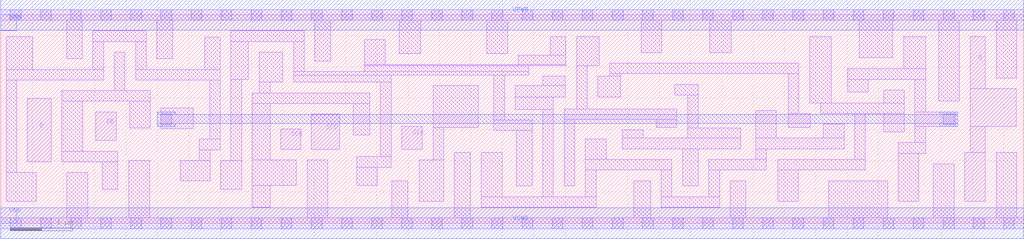
<source format=lef>
# Copyright 2020 The SkyWater PDK Authors
#
# Licensed under the Apache License, Version 2.0 (the "License");
# you may not use this file except in compliance with the License.
# You may obtain a copy of the License at
#
#     https://www.apache.org/licenses/LICENSE-2.0
#
# Unless required by applicable law or agreed to in writing, software
# distributed under the License is distributed on an "AS IS" BASIS,
# WITHOUT WARRANTIES OR CONDITIONS OF ANY KIND, either express or implied.
# See the License for the specific language governing permissions and
# limitations under the License.
#
# SPDX-License-Identifier: Apache-2.0

VERSION 5.5 ;
NAMESCASESENSITIVE ON ;
BUSBITCHARS "[]" ;
DIVIDERCHAR "/" ;
MACRO sky130_fd_sc_hs__sedfxtp_2
  CLASS CORE ;
  SOURCE USER ;
  ORIGIN  0.000000  0.000000 ;
  SIZE  16.32000 BY  3.330000 ;
  SYMMETRY X Y ;
  SITE unit ;
  PIN D
    ANTENNAGATEAREA  0.159000 ;
    DIRECTION INPUT ;
    USE SIGNAL ;
    PORT
      LAYER li1 ;
        RECT 0.425000 0.980000 0.805000 1.990000 ;
    END
  END D
  PIN DE
    ANTENNAGATEAREA  0.318000 ;
    DIRECTION INPUT ;
    USE SIGNAL ;
    PORT
      LAYER li1 ;
        RECT 1.515000 1.320000 1.845000 1.780000 ;
    END
  END DE
  PIN Q
    ANTENNADIFFAREA  0.560000 ;
    DIRECTION OUTPUT ;
    USE SIGNAL ;
    PORT
      LAYER li1 ;
        RECT 15.375000 0.350000 15.705000 1.130000 ;
        RECT 15.460000 1.130000 15.705000 1.550000 ;
        RECT 15.460000 1.550000 16.195000 2.150000 ;
        RECT 15.460000 2.150000 15.705000 2.980000 ;
    END
  END Q
  PIN SCD
    ANTENNAGATEAREA  0.159000 ;
    DIRECTION INPUT ;
    USE SIGNAL ;
    PORT
      LAYER li1 ;
        RECT 4.955000 1.180000 5.410000 1.745000 ;
    END
  END SCD
  PIN SCE
    ANTENNAGATEAREA  0.318000 ;
    DIRECTION INPUT ;
    USE SIGNAL ;
    PORT
      LAYER li1 ;
        RECT 4.465000 1.180000 4.785000 1.510000 ;
    END
  END SCE
  PIN CLK
    ANTENNAGATEAREA  0.279000 ;
    DIRECTION INPUT ;
    USE CLOCK ;
    PORT
      LAYER li1 ;
        RECT 6.395000 1.180000 6.725000 1.550000 ;
    END
  END CLK
  PIN VGND
    DIRECTION INOUT ;
    USE GROUND ;
    PORT
      LAYER met1 ;
        RECT 0.000000 -0.245000 16.320000 0.245000 ;
    END
  END VGND
  PIN VNB
    DIRECTION INOUT ;
    USE GROUND ;
    PORT
    END
  END VNB
  PIN VPB
    DIRECTION INOUT ;
    USE POWER ;
    PORT
    END
  END VPB
  PIN VNB
    DIRECTION INOUT ;
    USE GROUND ;
    PORT
      LAYER met1 ;
        RECT 0.000000 0.000000 0.250000 0.250000 ;
    END
  END VNB
  PIN VPB
    DIRECTION INOUT ;
    USE POWER ;
    PORT
      LAYER met1 ;
        RECT 0.000000 3.080000 0.250000 3.330000 ;
    END
  END VPB
  PIN VPWR
    DIRECTION INOUT ;
    USE POWER ;
    PORT
      LAYER met1 ;
        RECT 0.000000 3.085000 16.320000 3.575000 ;
    END
  END VPWR
  OBS
    LAYER li1 ;
      RECT  0.000000 -0.085000 16.320000 0.085000 ;
      RECT  0.000000  3.245000 16.320000 3.415000 ;
      RECT  0.085000  0.350000  0.565000 0.810000 ;
      RECT  0.085000  0.810000  0.255000 2.290000 ;
      RECT  0.085000  2.290000  1.640000 2.460000 ;
      RECT  0.085000  2.460000  0.510000 2.980000 ;
      RECT  0.975000  0.980000  1.865000 1.150000 ;
      RECT  0.975000  1.150000  1.305000 1.950000 ;
      RECT  0.975000  1.950000  2.385000 2.120000 ;
      RECT  1.050000  2.630000  1.300000 3.245000 ;
      RECT  1.055000  0.085000  1.385000 0.810000 ;
      RECT  1.470000  2.460000  1.640000 2.905000 ;
      RECT  1.470000  2.905000  2.320000 3.075000 ;
      RECT  1.615000  0.545000  1.865000 0.980000 ;
      RECT  1.810000  2.120000  1.980000 2.735000 ;
      RECT  2.045000  0.085000  2.375000 1.005000 ;
      RECT  2.055000  1.520000  2.385000 1.950000 ;
      RECT  2.150000  2.290000  3.500000 2.460000 ;
      RECT  2.150000  2.460000  2.320000 2.905000 ;
      RECT  2.490000  2.630000  2.740000 3.245000 ;
      RECT  2.555000  1.515000  3.070000 1.845000 ;
      RECT  2.865000  0.675000  3.340000 1.005000 ;
      RECT  3.170000  1.005000  3.340000 1.175000 ;
      RECT  3.170000  1.175000  3.500000 1.345000 ;
      RECT  3.250000  2.460000  3.500000 2.975000 ;
      RECT  3.330000  1.345000  3.500000 2.290000 ;
      RECT  3.510000  0.545000  3.840000 1.005000 ;
      RECT  3.670000  1.005000  3.840000 2.295000 ;
      RECT  3.670000  2.295000  3.950000 2.905000 ;
      RECT  3.670000  2.905000  4.840000 3.075000 ;
      RECT  4.010000  0.255000  4.295000 0.605000 ;
      RECT  4.010000  0.605000  4.715000 1.010000 ;
      RECT  4.010000  1.010000  4.295000 1.915000 ;
      RECT  4.010000  1.915000  5.885000 2.085000 ;
      RECT  4.125000  2.085000  4.295000 2.255000 ;
      RECT  4.125000  2.255000  4.500000 2.735000 ;
      RECT  4.670000  2.255000  6.225000 2.370000 ;
      RECT  4.670000  2.370000  8.425000 2.425000 ;
      RECT  4.670000  2.425000  4.840000 2.905000 ;
      RECT  4.885000  0.085000  5.215000 1.010000 ;
      RECT  5.010000  2.595000  5.260000 3.245000 ;
      RECT  5.620000  1.415000  5.885000 1.915000 ;
      RECT  5.675000  0.605000  6.005000 0.895000 ;
      RECT  5.675000  0.895000  6.225000 1.065000 ;
      RECT  5.800000  2.425000  8.425000 2.520000 ;
      RECT  5.800000  2.520000  9.015000 2.540000 ;
      RECT  5.800000  2.540000  6.130000 2.935000 ;
      RECT  6.055000  1.065000  6.225000 2.255000 ;
      RECT  6.235000  0.085000  6.495000 0.680000 ;
      RECT  6.360000  2.710000  6.695000 3.245000 ;
      RECT  6.675000  0.350000  7.065000 1.010000 ;
      RECT  6.895000  1.010000  7.065000 1.530000 ;
      RECT  6.895000  1.530000  7.615000 2.200000 ;
      RECT  7.235000  0.085000  7.485000 1.130000 ;
      RECT  7.665000  0.255000  9.495000 0.425000 ;
      RECT  7.665000  0.425000  7.995000 1.130000 ;
      RECT  7.755000  2.710000  8.085000 3.245000 ;
      RECT  7.865000  1.480000  8.475000 1.650000 ;
      RECT  7.865000  1.650000  8.035000 2.370000 ;
      RECT  8.205000  1.820000  8.815000 2.020000 ;
      RECT  8.205000  2.020000  9.005000 2.200000 ;
      RECT  8.225000  0.595000  8.475000 1.480000 ;
      RECT  8.255000  2.540000  9.015000 2.690000 ;
      RECT  8.645000  0.425000  8.815000 1.820000 ;
      RECT  8.645000  2.200000  9.005000 2.350000 ;
      RECT  8.765000  2.690000  9.015000 2.980000 ;
      RECT  8.985000  0.595000  9.155000 1.660000 ;
      RECT  8.985000  1.660000 10.785000 1.830000 ;
      RECT  9.185000  1.830000  9.355000 2.520000 ;
      RECT  9.185000  2.520000  9.545000 2.980000 ;
      RECT  9.325000  0.425000  9.495000 0.850000 ;
      RECT  9.325000  0.850000 10.705000 1.020000 ;
      RECT  9.325000  1.020000  9.655000 1.345000 ;
      RECT  9.525000  2.020000  9.885000 2.350000 ;
      RECT  9.715000  2.350000  9.885000 2.390000 ;
      RECT  9.715000  2.390000 12.730000 2.560000 ;
      RECT  9.915000  1.190000 11.800000 1.360000 ;
      RECT  9.915000  1.360000 10.245000 1.490000 ;
      RECT 10.100000  0.085000 10.365000 0.680000 ;
      RECT 10.215000  2.730000 10.545000 3.245000 ;
      RECT 10.455000  1.530000 10.785000 1.660000 ;
      RECT 10.535000  0.255000 11.465000 0.425000 ;
      RECT 10.535000  0.425000 10.705000 0.850000 ;
      RECT 10.750000  2.050000 11.125000 2.220000 ;
      RECT 10.875000  0.595000 11.125000 1.190000 ;
      RECT 10.955000  1.360000 11.800000 1.520000 ;
      RECT 10.955000  1.520000 11.125000 2.050000 ;
      RECT 11.295000  0.425000 11.465000 0.850000 ;
      RECT 11.295000  0.850000 12.210000 1.020000 ;
      RECT 11.310000  2.730000 11.650000 3.245000 ;
      RECT 11.635000  0.085000 11.885000 0.680000 ;
      RECT 12.040000  1.020000 12.210000 1.190000 ;
      RECT 12.040000  1.190000 13.450000 1.360000 ;
      RECT 12.040000  1.360000 12.370000 1.800000 ;
      RECT 12.390000  0.350000 12.720000 0.850000 ;
      RECT 12.390000  0.850000 13.790000 1.020000 ;
      RECT 12.560000  1.530000 12.910000 1.755000 ;
      RECT 12.560000  1.755000 12.730000 2.390000 ;
      RECT 12.900000  1.925000 13.250000 2.980000 ;
      RECT 13.080000  1.755000 14.410000 1.925000 ;
      RECT 13.120000  1.360000 13.450000 1.585000 ;
      RECT 13.210000  0.085000 14.145000 0.680000 ;
      RECT 13.510000  2.095000 13.840000 2.300000 ;
      RECT 13.510000  2.300000 14.750000 2.470000 ;
      RECT 13.620000  1.020000 13.790000 1.755000 ;
      RECT 13.690000  2.650000 14.230000 3.245000 ;
      RECT 14.080000  1.460000 14.410000 1.755000 ;
      RECT 14.080000  1.925000 14.410000 2.130000 ;
      RECT 14.315000  0.350000 14.645000 1.120000 ;
      RECT 14.315000  1.120000 14.750000 1.290000 ;
      RECT 14.400000  2.470000 14.750000 2.980000 ;
      RECT 14.580000  1.290000 14.750000 1.550000 ;
      RECT 14.580000  1.550000 15.235000 1.780000 ;
      RECT 14.580000  1.780000 14.750000 2.300000 ;
      RECT 14.875000  0.085000 15.205000 0.950000 ;
      RECT 14.960000  1.950000 15.290000 3.245000 ;
      RECT 15.875000  0.085000 16.205000 1.130000 ;
      RECT 15.875000  2.320000 16.205000 3.245000 ;
    LAYER mcon ;
      RECT  0.155000 -0.085000  0.325000 0.085000 ;
      RECT  0.155000  3.245000  0.325000 3.415000 ;
      RECT  0.635000 -0.085000  0.805000 0.085000 ;
      RECT  0.635000  3.245000  0.805000 3.415000 ;
      RECT  1.115000 -0.085000  1.285000 0.085000 ;
      RECT  1.115000  3.245000  1.285000 3.415000 ;
      RECT  1.595000 -0.085000  1.765000 0.085000 ;
      RECT  1.595000  3.245000  1.765000 3.415000 ;
      RECT  2.075000 -0.085000  2.245000 0.085000 ;
      RECT  2.075000  3.245000  2.245000 3.415000 ;
      RECT  2.555000 -0.085000  2.725000 0.085000 ;
      RECT  2.555000  1.580000  2.725000 1.750000 ;
      RECT  2.555000  3.245000  2.725000 3.415000 ;
      RECT  3.035000 -0.085000  3.205000 0.085000 ;
      RECT  3.035000  3.245000  3.205000 3.415000 ;
      RECT  3.515000 -0.085000  3.685000 0.085000 ;
      RECT  3.515000  3.245000  3.685000 3.415000 ;
      RECT  3.995000 -0.085000  4.165000 0.085000 ;
      RECT  3.995000  3.245000  4.165000 3.415000 ;
      RECT  4.475000 -0.085000  4.645000 0.085000 ;
      RECT  4.475000  3.245000  4.645000 3.415000 ;
      RECT  4.955000 -0.085000  5.125000 0.085000 ;
      RECT  4.955000  3.245000  5.125000 3.415000 ;
      RECT  5.435000 -0.085000  5.605000 0.085000 ;
      RECT  5.435000  3.245000  5.605000 3.415000 ;
      RECT  5.915000 -0.085000  6.085000 0.085000 ;
      RECT  5.915000  3.245000  6.085000 3.415000 ;
      RECT  6.395000 -0.085000  6.565000 0.085000 ;
      RECT  6.395000  3.245000  6.565000 3.415000 ;
      RECT  6.875000 -0.085000  7.045000 0.085000 ;
      RECT  6.875000  3.245000  7.045000 3.415000 ;
      RECT  7.355000 -0.085000  7.525000 0.085000 ;
      RECT  7.355000  3.245000  7.525000 3.415000 ;
      RECT  7.835000 -0.085000  8.005000 0.085000 ;
      RECT  7.835000  3.245000  8.005000 3.415000 ;
      RECT  8.315000 -0.085000  8.485000 0.085000 ;
      RECT  8.315000  3.245000  8.485000 3.415000 ;
      RECT  8.795000 -0.085000  8.965000 0.085000 ;
      RECT  8.795000  3.245000  8.965000 3.415000 ;
      RECT  9.275000 -0.085000  9.445000 0.085000 ;
      RECT  9.275000  3.245000  9.445000 3.415000 ;
      RECT  9.755000 -0.085000  9.925000 0.085000 ;
      RECT  9.755000  3.245000  9.925000 3.415000 ;
      RECT 10.235000 -0.085000 10.405000 0.085000 ;
      RECT 10.235000  3.245000 10.405000 3.415000 ;
      RECT 10.715000 -0.085000 10.885000 0.085000 ;
      RECT 10.715000  3.245000 10.885000 3.415000 ;
      RECT 11.195000 -0.085000 11.365000 0.085000 ;
      RECT 11.195000  3.245000 11.365000 3.415000 ;
      RECT 11.675000 -0.085000 11.845000 0.085000 ;
      RECT 11.675000  3.245000 11.845000 3.415000 ;
      RECT 12.155000 -0.085000 12.325000 0.085000 ;
      RECT 12.155000  3.245000 12.325000 3.415000 ;
      RECT 12.635000 -0.085000 12.805000 0.085000 ;
      RECT 12.635000  3.245000 12.805000 3.415000 ;
      RECT 13.115000 -0.085000 13.285000 0.085000 ;
      RECT 13.115000  3.245000 13.285000 3.415000 ;
      RECT 13.595000 -0.085000 13.765000 0.085000 ;
      RECT 13.595000  3.245000 13.765000 3.415000 ;
      RECT 14.075000 -0.085000 14.245000 0.085000 ;
      RECT 14.075000  3.245000 14.245000 3.415000 ;
      RECT 14.555000 -0.085000 14.725000 0.085000 ;
      RECT 14.555000  3.245000 14.725000 3.415000 ;
      RECT 15.035000 -0.085000 15.205000 0.085000 ;
      RECT 15.035000  1.580000 15.205000 1.750000 ;
      RECT 15.035000  3.245000 15.205000 3.415000 ;
      RECT 15.515000 -0.085000 15.685000 0.085000 ;
      RECT 15.515000  3.245000 15.685000 3.415000 ;
      RECT 15.995000 -0.085000 16.165000 0.085000 ;
      RECT 15.995000  3.245000 16.165000 3.415000 ;
    LAYER met1 ;
      RECT  2.495000 1.550000  2.785000 1.595000 ;
      RECT  2.495000 1.595000 15.265000 1.735000 ;
      RECT  2.495000 1.735000  2.785000 1.780000 ;
      RECT 14.975000 1.550000 15.265000 1.595000 ;
      RECT 14.975000 1.735000 15.265000 1.780000 ;
  END
END sky130_fd_sc_hs__sedfxtp_2
END LIBRARY

</source>
